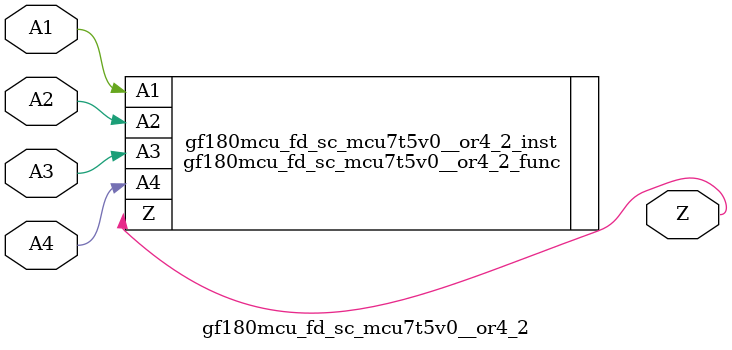
<source format=v>

module gf180mcu_fd_sc_mcu7t5v0__or4_2( A1, A2, A3, A4, Z );
input A1, A2, A3, A4;
output Z;

   `ifdef FUNCTIONAL  //  functional //

	gf180mcu_fd_sc_mcu7t5v0__or4_2_func gf180mcu_fd_sc_mcu7t5v0__or4_2_behav_inst(.A1(A1),.A2(A2),.A3(A3),.A4(A4),.Z(Z));

   `else

	gf180mcu_fd_sc_mcu7t5v0__or4_2_func gf180mcu_fd_sc_mcu7t5v0__or4_2_inst(.A1(A1),.A2(A2),.A3(A3),.A4(A4),.Z(Z));

	// spec_gates_begin


	// spec_gates_end



   specify

	// specify_block_begin

	// comb arc A1 --> Z
	 (A1 => Z) = (1.0,1.0);

	// comb arc A2 --> Z
	 (A2 => Z) = (1.0,1.0);

	// comb arc A3 --> Z
	 (A3 => Z) = (1.0,1.0);

	// comb arc A4 --> Z
	 (A4 => Z) = (1.0,1.0);

	// specify_block_end

   endspecify

   `endif

endmodule

</source>
